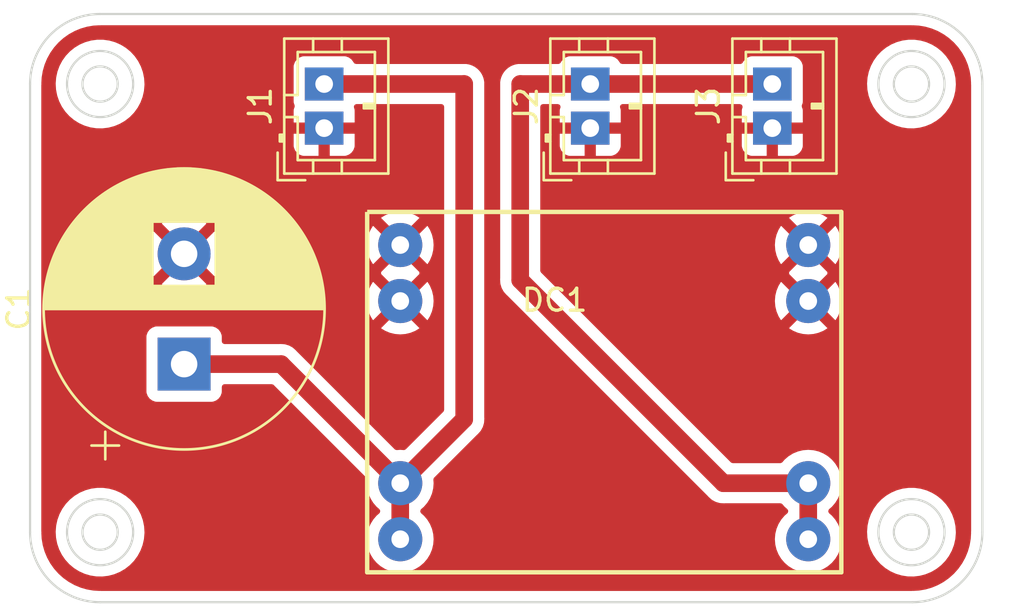
<source format=kicad_pcb>
(kicad_pcb (version 20211014) (generator pcbnew)
  (layers (0 "F.Cu" signal) (31 "B.Cu" signal) (34 "B.Paste" user) (35 "F.Paste" user) (36 "B.SilkS" user "B.Silkscreen") (37 "F.SilkS" user "F.Silkscreen") (38 "B.Mask" user) (39 "F.Mask" user) (44 "Edge.Cuts" user))
  (net 0 "")
  (net 1 "Net-(C1-Pad1)")
  (net 2 "GND")
  (net 3 "Net-(DC1-Pad7)")
  (footprint "Connector_JST:JST_PH_B2B-PH-K_1x02_P2.00mm_Vertical" (layer "F.Cu") (at 105.41 62.96 90)
    (fp_text reference "J1" (at 1 -2.9 90) (layer "F.SilkS"))
    (fp_text value "Conn_01x02")
    (fp_line (start -2.06 -0.5) (end -1.45 -0.5) (layer "F.SilkS") (width 0.12))
    (fp_line (start 0.9 1.8) (end 1.1 1.8) (layer "F.SilkS") (width 0.12))
    (fp_line (start 4.06 0.8) (end 3.45 0.8) (layer "F.SilkS") (width 0.12))
    (fp_line (start -2.36 -2.11) (end -2.36 -0.86) (layer "F.SilkS") (width 0.12))
    (fp_line (start 0.5 -1.81) (end 0.5 -1.2) (layer "F.SilkS") (width 0.12))
    (fp_line (start -1.45 -1.2) (end -1.45 2.3) (layer "F.SilkS") (width 0.12))
    (fp_line (start -0.3 -1.81) (end -0.3 -2.01) (layer "F.SilkS") (width 0.12))
    (fp_line (start -2.06 0.8) (end -1.45 0.8) (layer "F.SilkS") (width 0.12))
    (fp_line (start -2.06 -1.81) (end -2.06 2.91) (layer "F.SilkS") (width 0.12))
    (fp_line (start 4.06 2.91) (end 4.06 -1.81) (layer "F.SilkS") (width 0.12))
    (fp_line (start -2.06 2.91) (end 4.06 2.91) (layer "F.SilkS") (width 0.12))
    (fp_line (start 4.06 -1.81) (end -2.06 -1.81) (layer "F.SilkS") (width 0.12))
    (fp_line (start -0.3 -2.01) (end -0.6 -2.01) (layer "F.SilkS") (width 0.12))
    (fp_line (start 1.1 1.8) (end 1.1 2.3) (layer "F.SilkS") (width 0.12))
    (fp_line (start -1.11 -2.11) (end -2.36 -2.11) (layer "F.SilkS") (width 0.12))
    (fp_line (start 4.06 -0.5) (end 3.45 -0.5) (layer "F.SilkS") (width 0.12))
    (fp_line (start 3.45 -1.2) (end 1.5 -1.2) (layer "F.SilkS") (width 0.12))
    (fp_line (start 3.45 2.3) (end 3.45 -1.2) (layer "F.SilkS") (width 0.12))
    (fp_line (start -1.45 2.3) (end 3.45 2.3) (layer "F.SilkS") (width 0.12))
    (fp_line (start 0.5 -1.2) (end -1.45 -1.2) (layer "F.SilkS") (width 0.12))
    (fp_line (start 1.5 -1.2) (end 1.5 -1.81) (layer "F.SilkS") (width 0.12))
    (fp_line (start -0.6 -2.01) (end -0.6 -1.81) (layer "F.SilkS") (width 0.12))
    (fp_line (start 0.9 2.3) (end 0.9 1.8) (layer "F.SilkS") (width 0.12))
    (fp_line (start -0.3 -1.91) (end -0.6 -1.91) (layer "F.SilkS") (width 0.12))
    (fp_line (start 1 2.3) (end 1 1.8) (layer "F.SilkS") (width 0.12))
    (pad "1" thru_hole rect (at 0 0 90) (size 1.5 1.75) (drill 0.8) (layers *.Cu *.Mask) (net 2 "GND"))
    (pad "2" thru_hole rect (at 2 0 90) (size 1.5 1.75) (drill 0.8) (layers *.Cu *.Mask) (net 1 "Net-(C1-Pad1)"))
  )
  (footprint "_DC_DC:MP1584" (layer "F.Cu") (at 108.86 68.26)
    (fp_text reference "DC1" (at 7 2.5 unlocked) (layer "F.SilkS"))
    (fp_text value "mp1584")
    (fp_line (start 20 -1.5) (end 20 14.84) (layer "F.SilkS") (width 0.2))
    (fp_line (start -1.5 14.84) (end 20 14.84) (layer "F.SilkS") (width 0.2))
    (fp_rect (start -1.5 -1.5) (end 20 -1.5) (layer "F.SilkS") (width 0.2) (fill none))
    (fp_rect (start -1.5 -1.5) (end -1.5 14.84) (layer "F.SilkS") (width 0.2) (fill none))
    (pad "1" thru_hole circle (at 0 0) (size 2 2) (drill 0.8) (layers *.Cu *.Mask) (net 2 "GND"))
    (pad "2" thru_hole circle (at 0 2.54) (size 2 2) (drill 0.8) (layers *.Cu *.Mask) (net 2 "GND"))
    (pad "3" thru_hole circle (at 0 10.8) (size 2 2) (drill 0.8) (layers *.Cu *.Mask) (net 1 "Net-(C1-Pad1)"))
    (pad "4" thru_hole circle (at 0 13.34) (size 2 2) (drill 0.8) (layers *.Cu *.Mask) (net 1 "Net-(C1-Pad1)"))
    (pad "5" thru_hole circle (at 18.5 0) (size 2 2) (drill 0.8) (layers *.Cu *.Mask) (net 2 "GND"))
    (pad "6" thru_hole circle (at 18.5 2.54) (size 2 2) (drill 0.8) (layers *.Cu *.Mask) (net 2 "GND"))
    (pad "7" thru_hole circle (at 18.5 10.8) (size 2 2) (drill 0.8) (layers *.Cu *.Mask) (net 3 "Net-(DC1-Pad7)"))
    (pad "8" thru_hole circle (at 18.5 13.34) (size 2 2) (drill 0.8) (layers *.Cu *.Mask) (net 3 "Net-(DC1-Pad7)"))
  )
  (footprint "Capacitor_THT:CP_Radial_D12.5mm_P5.00mm" (layer "F.Cu") (at 99.06 73.66 90)
    (fp_text reference "C1" (at 2.5 -7.5 90) (layer "F.SilkS"))
    (fp_text value "C_Polarized")
    (fp_line (start 5.781 1.44) (end 5.781 5.421) (layer "F.SilkS") (width 0.12))
    (fp_line (start 7.501 -3.907) (end 7.501 3.907) (layer "F.SilkS") (width 0.12))
    (fp_line (start 5.021 -5.811) (end 5.021 -1.44) (layer "F.SilkS") (width 0.12))
    (fp_line (start 4.941 -5.845) (end 4.941 -1.44) (layer "F.SilkS") (width 0.12))
    (fp_line (start 6.861 -4.605) (end 6.861 4.605) (layer "F.SilkS") (width 0.12))
    (fp_line (start 4.501 1.44) (end 4.501 6.008) (layer "F.SilkS") (width 0.12))
    (fp_line (start 5.061 1.44) (end 5.061 5.793) (layer "F.SilkS") (width 0.12))
    (fp_line (start 5.221 1.44) (end 5.221 5.721) (layer "F.SilkS") (width 0.12))
    (fp_line (start 4.421 1.44) (end 4.421 6.034) (layer "F.SilkS") (width 0.12))
    (fp_line (start 8.701 -1.422) (end 8.701 1.422) (layer "F.SilkS") (width 0.12))
    (fp_line (start 6.261 -5.102) (end 6.261 -1.44) (layer "F.SilkS") (width 0.12))
    (fp_line (start 2.82 -6.322) (end 2.82 6.322) (layer "F.SilkS") (width 0.12))
    (fp_line (start 8.181 -2.844) (end 8.181 2.844) (layer "F.SilkS") (width 0.12))
    (fp_line (start 5.581 -5.536) (end 5.581 -1.44) (layer "F.SilkS") (width 0.12))
    (fp_line (start 3.221 -6.29) (end 3.221 6.29) (layer "F.SilkS") (width 0.12))
    (fp_line (start 2.94 -6.315) (end 2.94 6.315) (layer "F.SilkS") (width 0.12))
    (fp_line (start 5.821 -5.397) (end 5.821 -1.44) (layer "F.SilkS") (width 0.12))
    (fp_line (start 5.621 -5.514) (end 5.621 -1.44) (layer "F.SilkS") (width 0.12))
    (fp_line (start 4.661 -5.953) (end 4.661 -1.44) (layer "F.SilkS") (width 0.12))
    (fp_line (start 4.781 -5.908) (end 4.781 -1.44) (layer "F.SilkS") (width 0.12))
    (fp_line (start 5.821 1.44) (end 5.821 5.397) (layer "F.SilkS") (width 0.12))
    (fp_line (start 6.061 1.44) (end 6.061 5.243) (layer "F.SilkS") (width 0.12))
    (fp_line (start 5.341 -5.662) (end 5.341 -1.44) (layer "F.SilkS") (width 0.12))
    (fp_line (start 6.221 -5.131) (end 6.221 -1.44) (layer "F.SilkS") (width 0.12))
    (fp_line (start 7.221 -4.238) (end 7.221 4.238) (layer "F.SilkS") (width 0.12))
    (fp_line (start 7.941 -3.275) (end 7.941 3.275) (layer "F.SilkS") (width 0.12))
    (fp_line (start 3.14 -6.298) (end 3.14 6.298) (layer "F.SilkS") (width 0.12))
    (fp_line (start 3.341 -6.275) (end 3.341 6.275) (layer "F.SilkS") (width 0.12))
    (fp_line (start 6.301 -5.073) (end 6.301 -1.44) (layer "F.SilkS") (width 0.12))
    (fp_line (start 8.261 -2.681) (end 8.261 2.681) (layer "F.SilkS") (width 0.12))
    (fp_line (start 3.1 -6.302) (end 3.1 6.302) (layer "F.SilkS") (width 0.12))
    (fp_line (start 3.901 1.44) (end 3.901 6.175) (layer "F.SilkS") (width 0.12))
    (fp_line (start 4.541 1.44) (end 4.541 5.995) (layer "F.SilkS") (width 0.12))
    (fp_line (start 3.261 -6.285) (end 3.261 6.285) (layer "F.SilkS") (width 0.12))
    (fp_line (start 8.661 -1.583) (end 8.661 1.583) (layer "F.SilkS") (width 0.12))
    (fp_line (start 5.901 1.44) (end 5.901 5.347) (layer "F.SilkS") (width 0.12))
    (fp_line (start 6.501 -4.918) (end 6.501 4.918) (layer "F.SilkS") (width 0.12))
    (fp_line (start 3.581 1.44) (end 3.581 6.238) (layer "F.SilkS") (width 0.12))
    (fp_line (start 5.621 1.44) (end 5.621 5.514) (layer "F.SilkS") (width 0.12))
    (fp_line (start 3.661 -6.224) (end 3.661 -1.44) (layer "F.SilkS") (width 0.12))
    (fp_line (start 3.901 -6.175) (end 3.901 -1.44) (layer "F.SilkS") (width 0.12))
    (fp_line (start 8.221 -2.764) (end 8.221 2.764) (layer "F.SilkS") (width 0.12))
    (fp_line (start 7.181 -4.282) (end 7.181 4.282) (layer "F.SilkS") (width 0.12))
    (fp_line (start 5.381 -5.642) (end 5.381 -1.44) (layer "F.SilkS") (width 0.12))
    (fp_line (start 6.581 -4.852) (end 6.581 4.852) (layer "F.SilkS") (width 0.12))
    (fp_line (start 6.461 -4.95) (end 6.461 4.95) (layer "F.SilkS") (width 0.12))
    (fp_line (start 6.221 1.44) (end 6.221 5.131) (layer "F.SilkS") (width 0.12))
    (fp_line (start 3.861 1.44) (end 3.861 6.184) (layer "F.SilkS") (width 0.12))
    (fp_line (start 5.141 1.44) (end 5.141 5.758) (layer "F.SilkS") (width 0.12))
    (fp_line (start 4.741 -5.924) (end 4.741 -1.44) (layer "F.SilkS") (width 0.12))
    (fp_line (start 4.101 -6.126) (end 4.101 -1.44) (layer "F.SilkS") (width 0.12))
    (fp_line (start 6.701 -4.75) (end 6.701 4.75) (layer "F.SilkS") (width 0.12))
    (fp_line (start 7.621 -3.75) (end 7.621 3.75) (layer "F.SilkS") (width 0.12))
    (fp_line (start 7.061 -4.408) (end 7.061 4.408) (layer "F.SilkS") (width 0.12))
    (fp_line (start 5.421 1.44) (end 5.421 5.622) (layer "F.SilkS") (width 0.12))
    (fp_line (start 5.741 -5.445) (end 5.741 -1.44) (layer "F.SilkS") (width 0.12))
    (fp_line (start 8.021 -3.14) (end 8.021 3.14) (layer "F.SilkS") (width 0.12))
    (fp_line (start 5.981 1.44) (end 5.981 5.296) (layer "F.SilkS") (width 0.12))
    (fp_line (start 3.981 -6.156) (end 3.981 -1.44) (layer "F.SilkS") (width 0.12))
    (fp_line (start 3.381 -6.269) (end 3.381 6.269) (layer "F.SilkS") (width 0.12))
    (fp_line (start 3.18 -6.294) (end 3.18 6.294) (layer "F.SilkS") (width 0.12))
    (fp_line (start 2.5 -6.33) (end 2.5 6.33) (layer "F.SilkS") (width 0.12))
    (fp_line (start 5.941 -5.322) (end 5.941 -1.44) (layer "F.SilkS") (width 0.12))
    (fp_line (start 7.421 -4.007) (end 7.421 4.007) (layer "F.SilkS") (width 0.12))
    (fp_line (start 4.461 -6.021) (end 4.461 -1.44) (layer "F.SilkS") (width 0.12))
    (fp_line (start 6.181 -5.16) (end 6.181 -1.44) (layer "F.SilkS") (width 0.12))
    (fp_line (start 3.701 -6.216) (end 3.701 -1.44) (layer "F.SilkS") (width 0.12))
    (fp_line (start 5.181 -5.739) (end 5.181 -1.44) (layer "F.SilkS") (width 0.12))
    (fp_line (start 2.74 -6.326) (end 2.74 6.326) (layer "F.SilkS") (width 0.12))
    (fp_line (start 7.381 -4.055) (end 7.381 4.055) (layer "F.SilkS") (width 0.12))
    (fp_line (start 6.141 1.44) (end 6.141 5.188) (layer "F.SilkS") (width 0.12))
    (fp_line (start 4.101 1.44) (end 4.101 6.126) (layer "F.SilkS") (width 0.12))
    (fp_line (start 5.341 1.44) (end 5.341 5.662) (layer "F.SilkS") (width 0.12))
    (fp_line (start 3.821 -6.192) (end 3.821 -1.44) (layer "F.SilkS") (width 0.12))
    (fp_line (start 4.581 -5.981) (end 4.581 -1.44) (layer "F.SilkS") (width 0.12))
    (fp_line (start 6.421 -4.982) (end 6.421 -1.44) (layer "F.SilkS") (width 0.12))
    (fp_line (start 8.581 -1.861) (end 8.581 1.861) (layer "F.SilkS") (width 0.12))
    (fp_line (start 6.381 -5.012) (end 6.381 -1.44) (layer "F.SilkS") (width 0.12))
    (fp_line (start 7.581 -3.804) (end 7.581 3.804) (layer "F.SilkS") (width 0.12))
    (fp_line (start 8.341 -2.504) (end 8.341 2.504) (layer "F.SilkS") (width 0.12))
    (fp_line (start 7.661 -3.696) (end 7.661 3.696) (layer "F.SilkS") (width 0.12))
    (fp_line (start 4.181 -6.105) (end 4.181 -1.44) (layer "F.SilkS") (width 0.12))
    (fp_line (start 7.261 -4.194) (end 7.261 4.194) (layer "F.SilkS") (width 0.12))
    (fp_line (start 3.941 1.44) (end 3.941 6.166) (layer "F.SilkS") (width 0.12))
    (fp_line (start 8.741 -1.241) (end 8.741 1.241) (layer "F.SilkS") (width 0.12))
    (fp_line (start 4.621 1.44) (end 4.621 5.967) (layer "F.SilkS") (width 0.12))
    (fp_line (start 5.381 1.44) (end 5.381 5.642) (layer "F.SilkS") (width 0.12))
    (fp_line (start 6.181 1.44) (end 6.181 5.16) (layer "F.SilkS") (width 0.12))
    (fp_line (start -3.692082 -4.2) (end -3.692082 -2.95) (layer "F.SilkS") (width 0.12))
    (fp_line (start 4.381 -6.047) (end 4.381 -1.44) (layer "F.SilkS") (width 0.12))
    (fp_line (start 2.86 -6.32) (end 2.86 6.32) (layer "F.SilkS") (width 0.12))
    (fp_line (start 2.66 -6.328) (end 2.66 6.328) (layer "F.SilkS") (width 0.12))
    (fp_line (start 4.221 -6.094) (end 4.221 -1.44) (layer "F.SilkS") (width 0.12))
    (fp_line (start -4.317082 -3.575) (end -3.067082 -3.575) (layer "F.SilkS") (width 0.12))
    (fp_line (start 5.581 1.44) (end 5.581 5.536) (layer "F.SilkS") (width 0.12))
    (fp_line (start 5.781 -5.421) (end 5.781 -1.44) (layer "F.SilkS") (width 0.12))
    (fp_line (start 5.701 -5.468) (end 5.701 -1.44) (layer "F.SilkS") (width 0.12))
    (fp_line (start 6.941 -4.528) (end 6.941 4.528) (layer "F.SilkS") (width 0.12))
    (fp_line (start 6.301 1.44) (end 6.301 5.073) (layer "F.SilkS") (width 0.12))
    (fp_line (start 5.861 1.44) (end 5.861 5.372) (layer "F.SilkS") (width 0.12))
    (fp_line (start 4.301 1.44) (end 4.301 6.071) (layer "F.SilkS") (width 0.12))
    (fp_line (start 5.661 -5.491) (end 5.661 -1.44) (layer "F.SilkS") (width 0.12))
    (fp_line (start 8.821 -0.757) (end 8.821 0.757) (layer "F.SilkS") (width 0.12))
    (fp_line (start 3.501 -6.252) (end 3.501 6.252) (layer "F.SilkS") (width 0.12))
    (fp_line (start 4.021 -6.146) (end 4.021 -1.44) (layer "F.SilkS") (width 0.12))
    (fp_line (start 4.181 1.44) (end 4.181 6.105) (layer "F.SilkS") (width 0.12))
    (fp_line (start 8.781 -1.028) (end 8.781 1.028) (layer "F.SilkS") (width 0.12))
    (fp_line (start 4.301 -6.071) (end 4.301 -1.44) (layer "F.SilkS") (width 0.12))
    (fp_line (start 5.421 -5.622) (end 5.421 -1.44) (layer "F.SilkS") (width 0.12))
    (fp_line (start 6.821 -4.642) (end 6.821 4.642) (layer "F.SilkS") (width 0.12))
    (fp_line (start 8.541 -1.984) (end 8.541 1.984) (layer "F.SilkS") (width 0.12))
    (fp_line (start 4.141 1.44) (end 4.141 6.116) (layer "F.SilkS") (width 0.12))
    (fp_line (start 2.9 -6.318) (end 2.9 6.318) (layer "F.SilkS") (width 0.12))
    (fp_line (start 7.301 -4.148) (end 7.301 4.148) (layer "F.SilkS") (width 0.12))
    (fp_line (start 4.141 -6.116) (end 4.141 -1.44) (layer "F.SilkS") (width 0.12))
    (fp_line (start 6.141 -5.188) (end 6.141 -1.44) (layer "F.SilkS") (width 0.12))
    (fp_line (start 2.58 -6.33) (end 2.58 6.33) (layer "F.SilkS") (width 0.12))
    (fp_line (start 7.781 -3.524) (end 7.781 3.524) (layer "F.SilkS") (width 0.12))
    (fp_line (start 6.981 -4.489) (end 6.981 4.489) (layer "F.SilkS") (width 0.12))
    (fp_line (start 3.541 -6.245) (end 3.541 6.245) (layer "F.SilkS") (width 0.12))
    (fp_line (start 4.941 1.44) (end 4.941 5.845) (layer "F.SilkS") (width 0.12))
    (fp_line (start 3.301 -6.28) (end 3.301 6.28) (layer "F.SilkS") (width 0.12))
    (fp_line (start 4.541 -5.995) (end 4.541 -1.44) (layer "F.SilkS") (width 0.12))
    (fp_line (start 5.941 1.44) (end 5.941 5.322) (layer "F.SilkS") (width 0.12))
    (fp_line (start 5.501 1.44) (end 5.501 5.58) (layer "F.SilkS") (width 0.12))
    (fp_line (start 3.781 -6.201) (end 3.781 -1.44) (layer "F.SilkS") (width 0.12))
    (fp_line (start 8.501 -2.1) (end 8.501 2.1) (layer "F.SilkS") (width 0.12))
    (fp_line (start 8.381 -2.41) (end 8.381 2.41) (layer "F.SilkS") (width 0.12))
    (fp_line (start 6.381 1.44) (end 6.381 5.012) (layer "F.SilkS") (width 0.12))
    (fp_line (start 5.541 1.44) (end 5.541 5.558) (layer "F.SilkS") (width 0.12))
    (fp_line (start 8.421 -2.312) (end 8.421 2.312) (layer "F.SilkS") (width 0.12))
    (fp_line (start 4.221 1.44) (end 4.221 6.094) (layer "F.SilkS") (width 0.12))
    (fp_line (start 6.261 1.44) (end 6.261 5.102) (layer "F.SilkS") (width 0.12))
    (fp_line (start 5.101 1.44) (end 5.101 5.776) (layer "F.SilkS") (width 0.12))
    (fp_line (start 6.101 -5.216) (end 6.101 -1.44) (layer "F.SilkS") (width 0.12))
    (fp_line (start 3.821 1.44) (end 3.821 6.192) (layer "F.SilkS") (width 0.12))
    (fp_line (start 8.621 -1.728) (end 8.621 1.728) (layer "F.SilkS") (width 0.12))
    (fp_line (start 3.661 1.44) (end 3.661 6.224) (layer "F.SilkS") (width 0.12))
    (fp_line (start 3.861 -6.184) (end 3.861 -1.44) (layer "F.SilkS") (width 0.12))
    (fp_line (start 5.101 -5.776) (end 5.101 -1.44) (layer "F.SilkS") (width 0.12))
    (fp_line (start 4.261 -6.083) (end 4.261 -1.44) (layer "F.SilkS") (width 0.12))
    (fp_line (start 8.061 -3.069) (end 8.061 3.069) (layer "F.SilkS") (width 0.12))
    (fp_line (start 5.541 -5.558) (end 5.541 -1.44) (layer "F.SilkS") (width 0.12))
    (fp_line (start 3.981 1.44) (end 3.981 6.156) (layer "F.SilkS") (width 0.12))
    (fp_line (start 3.741 -6.209) (end 3.741 -1.44) (layer "F.SilkS") (width 0.12))
    (fp_line (start 3.621 1.44) (end 3.621 6.231) (layer "F.SilkS") (width 0.12))
    (fp_line (start 6.661 -4.785) (end 6.661 4.785) (layer "F.SilkS") (width 0.12))
    (fp_line (start 5.661 1.44) (end 5.661 5.491) (layer "F.SilkS") (width 0.12))
    (fp_line (start 4.581 1.44) (end 4.581 5.981) (layer "F.SilkS") (width 0.12))
    (fp_line (start 4.061 1.44) (end 4.061 6.137) (layer "F.SilkS") (width 0.12))
    (fp_line (start 8.101 -2.996) (end 8.101 2.996) (layer "F.SilkS") (width 0.12))
    (fp_line (start 7.341 -4.102) (end 7.341 4.102) (layer "F.SilkS") (width 0.12))
    (fp_line (start 3.461 -6.258) (end 3.461 6.258) (layer "F.SilkS") (width 0.12))
    (fp_line (start 3.741 1.44) (end 3.741 6.209) (layer "F.SilkS") (width 0.12))
    (fp_line (start 7.741 -3.583) (end 7.741 3.583) (layer "F.SilkS") (width 0.12))
    (fp_line (start 5.741 1.44) (end 5.741 5.445) (layer "F.SilkS") (width 0.12))
    (fp_line (start 5.221 -5.721) (end 5.221 -1.44) (layer "F.SilkS") (width 0.12))
    (fp_line (start 6.101 1.44) (end 6.101 5.216) (layer "F.SilkS") (width 0.12))
    (fp_line (start 5.461 1.44) (end 5.461 5.601) (layer "F.SilkS") (width 0.12))
    (fp_line (start 7.021 -4.449) (end 7.021 4.449) (layer "F.SilkS") (width 0.12))
    (fp_line (start 7.541 -3.856) (end 7.541 3.856) (layer "F.SilkS") (width 0.12))
    (fp_line (start 5.861 -5.372) (end 5.861 -1.44) (layer "F.SilkS") (width 0.12))
    (fp_line (start 4.421 -6.034) (end 4.421 -1.44) (layer "F.SilkS") (width 0.12))
    (fp_line (start 6.341 -5.043) (end 6.341 -1.44) (layer "F.SilkS") (width 0.12))
    (fp_line (start 4.901 -5.861) (end 4.901 -1.44) (layer "F.SilkS") (width 0.12))
    (fp_line (start 4.861 -5.877) (end 4.861 -1.44) (layer "F.SilkS") (width 0.12))
    (fp_line (start 6.901 -4.567) (end 6.901 4.567) (layer "F.SilkS") (width 0.12))
    (fp_line (start 4.381 1.44) (end 4.381 6.047) (layer "F.SilkS") (width 0.12))
    (fp_line (start 4.701 -5.939) (end 4.701 -1.44) (layer "F.SilkS") (width 0.12))
    (fp_line (start 4.341 -6.059) (end 4.341 -1.44) (layer "F.SilkS") (width 0.12))
    (fp_line (start 6.781 -4.678) (end 6.781 4.678) (layer "F.SilkS") (width 0.12))
    (fp_line (start 8.861 -0.317) (end 8.861 0.317) (layer "F.SilkS") (width 0.12))
    (fp_line (start 2.98 -6.312) (end 2.98 6.312) (layer "F.SilkS") (width 0.12))
    (fp_line (start 5.061 -5.793) (end 5.061 -1.44) (layer "F.SilkS") (width 0.12))
    (fp_line (start 4.461 1.44) (end 4.461 6.021) (layer "F.SilkS") (width 0.12))
    (fp_line (start 8.301 -2.594) (end 8.301 2.594) (layer "F.SilkS") (width 0.12))
    (fp_line (start 4.741 1.44) (end 4.741 5.924) (layer "F.SilkS") (width 0.12))
    (fp_line (start 2.7 -6.327) (end 2.7 6.327) (layer "F.SilkS") (width 0.12))
    (fp_line (start 4.981 1.44) (end 4.981 5.828) (layer "F.SilkS") (width 0.12))
    (fp_line (start 6.061 -5.243) (end 6.061 -1.44) (layer "F.SilkS") (width 0.12))
    (fp_line (start 3.421 -6.264) (end 3.421 6.264) (layer "F.SilkS") (width 0.12))
    (fp_line (start 7.141 -4.325) (end 7.141 4.325) (layer "F.SilkS") (width 0.12))
    (fp_line (start 4.821 -5.893) (end 4.821 -1.44) (layer "F.SilkS") (width 0.12))
    (fp_line (start 7.461 -3.957) (end 7.461 3.957) (layer "F.SilkS") (width 0.12))
    (fp_line (start 4.861 1.44) (end 4.861 5.877) (layer "F.SilkS") (width 0.12))
    (fp_line (start 3.02 -6.309) (end 3.02 6.309) (layer "F.SilkS") (width 0.12))
    (fp_line (start 6.421 1.44) (end 6.421 4.982) (layer "F.SilkS") (width 0.12))
    (fp_line (start 2.78 -6.324) (end 2.78 6.324) (layer "F.SilkS") (width 0.12))
    (fp_line (start 6.541 -4.885) (end 6.541 4.885) (layer "F.SilkS") (width 0.12))
    (fp_line (start 7.821 -3.464) (end 7.821 3.464) (layer "F.SilkS") (width 0.12))
    (fp_line (start 5.181 1.44) (end 5.181 5.739) (layer "F.SilkS") (width 0.12))
    (fp_line (start 4.341 1.44) (end 4.341 6.059) (layer "F.SilkS") (width 0.12))
    (fp_line (start 4.061 -6.137) (end 4.061 -1.44) (layer "F.SilkS") (width 0.12))
    (fp_line (start 6.741 -4.714) (end 6.741 4.714) (layer "F.SilkS") (width 0.12))
    (fp_line (start 7.901 -3.339) (end 7.901 3.339) (layer "F.SilkS") (width 0.12))
    (fp_line (start 5.261 -5.702) (end 5.261 -1.44) (layer "F.SilkS") (width 0.12))
    (fp_line (start 4.261 1.44) (end 4.261 6.083) (layer "F.SilkS") (width 0.12))
    (fp_line (start 3.701 1.44) (end 3.701 6.216) (layer "F.SilkS") (width 0.12))
    (fp_line (start 2.54 -6.33) (end 2.54 6.33) (layer "F.SilkS") (width 0.12))
    (fp_line (start 3.941 -6.166) (end 3.941 -1.44) (layer "F.SilkS") (width 0.12))
    (fp_line (start 4.501 -6.008) (end 4.501 -1.44) (layer "F.SilkS") (width 0.12))
    (fp_line (start 4.021 1.44) (end 4.021 6.146) (layer "F.SilkS") (width 0.12))
    (fp_line (start 2.62 -6.329) (end 2.62 6.329) (layer "F.SilkS") (width 0.12))
    (fp_line (start 8.141 -2.921) (end 8.141 2.921) (layer "F.SilkS") (width 0.12))
    (fp_line (start 6.341 1.44) (end 6.341 5.043) (layer "F.SilkS") (width 0.12))
    (fp_line (start 5.301 -5.682) (end 5.301 -1.44) (layer "F.SilkS") (width 0.12))
    (fp_line (start 4.821 1.44) (end 4.821 5.893) (layer "F.SilkS") (width 0.12))
    (fp_line (start 8.461 -2.209) (end 8.461 2.209) (layer "F.SilkS") (width 0.12))
    (fp_line (start 3.781 1.44) (end 3.781 6.201) (layer "F.SilkS") (width 0.12))
    (fp_line (start 5.901 -5.347) (end 5.901 -1.44) (layer "F.SilkS") (width 0.12))
    (fp_line (start 5.141 -5.758) (end 5.141 -1.44) (layer "F.SilkS") (width 0.12))
    (fp_line (start 7.861 -3.402) (end 7.861 3.402) (layer "F.SilkS") (width 0.12))
    (fp_line (start 5.461 -5.601) (end 5.461 -1.44) (layer "F.SilkS") (width 0.12))
    (fp_line (start 4.701 1.44) (end 4.701 5.939) (layer "F.SilkS") (width 0.12))
    (fp_line (start 7.981 -3.208) (end 7.981 3.208) (layer "F.SilkS") (width 0.12))
    (fp_line (start 5.261 1.44) (end 5.261 5.702) (layer "F.SilkS") (width 0.12))
    (fp_line (start 5.021 1.44) (end 5.021 5.811) (layer "F.SilkS") (width 0.12))
    (fp_line (start 4.661 1.44) (end 4.661 5.953) (layer "F.SilkS") (width 0.12))
    (fp_line (start 5.501 -5.58) (end 5.501 -1.44) (layer "F.SilkS") (width 0.12))
    (fp_line (start 5.301 1.44) (end 5.301 5.682) (layer "F.SilkS") (width 0.12))
    (fp_line (start 6.021 1.44) (end 6.021 5.27) (layer "F.SilkS") (width 0.12))
    (fp_line (start 6.621 -4.819) (end 6.621 4.819) (layer "F.SilkS") (width 0.12))
    (fp_line (start 5.701 1.44) (end 5.701 5.468) (layer "F.SilkS") (width 0.12))
    (fp_line (start 7.101 -4.367) (end 7.101 4.367) (layer "F.SilkS") (width 0.12))
    (fp_line (start 3.06 -6.306) (end 3.06 6.306) (layer "F.SilkS") (width 0.12))
    (fp_line (start 7.701 -3.64) (end 7.701 3.64) (layer "F.SilkS") (width 0.12))
    (fp_line (start 3.581 -6.238) (end 3.581 -1.44) (layer "F.SilkS") (width 0.12))
    (fp_line (start 3.621 -6.231) (end 3.621 -1.44) (layer "F.SilkS") (width 0.12))
    (fp_line (start 4.901 1.44) (end 4.901 5.861) (layer "F.SilkS") (width 0.12))
    (fp_line (start 6.021 -5.27) (end 6.021 -1.44) (layer "F.SilkS") (width 0.12))
    (fp_line (start 4.621 -5.967) (end 4.621 -1.44) (layer "F.SilkS") (width 0.12))
    (fp_line (start 4.781 1.44) (end 4.781 5.908) (layer "F.SilkS") (width 0.12))
    (fp_line (start 5.981 -5.296) (end 5.981 -1.44) (layer "F.SilkS") (width 0.12))
    (fp_line (start 4.981 -5.828) (end 4.981 -1.44) (layer "F.SilkS") (width 0.12))
    (fp_circle (center 2.5 0) (end 8.87 0) (layer "F.SilkS") (width 0.12) (fill none))
    (pad "1" thru_hole rect (at 0 0 90) (size 2.4 2.4) (drill 1.2) (layers *.Cu *.Mask) (net 1 "Net-(C1-Pad1)"))
    (pad "2" thru_hole circle (at 5 0 90) (size 2.4 2.4) (drill 1.2) (layers *.Cu *.Mask) (net 2 "GND"))
  )
  (footprint "Connector_JST:JST_PH_B2B-PH-K_1x02_P2.00mm_Vertical" (layer "F.Cu") (at 117.475 62.96 90)
    (fp_text reference "J2" (at 1 -2.9 90) (layer "F.SilkS"))
    (fp_text value "Conn_01x02")
    (fp_line (start -1.11 -2.11) (end -2.36 -2.11) (layer "F.SilkS") (width 0.12))
    (fp_line (start -0.3 -2.01) (end -0.6 -2.01) (layer "F.SilkS") (width 0.12))
    (fp_line (start 4.06 -0.5) (end 3.45 -0.5) (layer "F.SilkS") (width 0.12))
    (fp_line (start -2.06 2.91) (end 4.06 2.91) (layer "F.SilkS") (width 0.12))
    (fp_line (start 3.45 -1.2) (end 1.5 -1.2) (layer "F.SilkS") (width 0.12))
    (fp_line (start -1.45 2.3) (end 3.45 2.3) (layer "F.SilkS") (width 0.12))
    (fp_line (start 0.5 -1.2) (end -1.45 -1.2) (layer "F.SilkS") (width 0.12))
    (fp_line (start 4.06 -1.81) (end -2.06 -1.81) (layer "F.SilkS") (width 0.12))
    (fp_line (start -0.3 -1.91) (end -0.6 -1.91) (layer "F.SilkS") (width 0.12))
    (fp_line (start -2.06 -1.81) (end -2.06 2.91) (layer "F.SilkS") (width 0.12))
    (fp_line (start 0.5 -1.81) (end 0.5 -1.2) (layer "F.SilkS") (width 0.12))
    (fp_line (start -0.6 -2.01) (end -0.6 -1.81) (layer "F.SilkS") (width 0.12))
    (fp_line (start 4.06 2.91) (end 4.06 -1.81) (layer "F.SilkS") (width 0.12))
    (fp_line (start 4.06 0.8) (end 3.45 0.8) (layer "F.SilkS") (width 0.12))
    (fp_line (start -2.36 -2.11) (end -2.36 -0.86) (layer "F.SilkS") (width 0.12))
    (fp_line (start -2.06 -0.5) (end -1.45 -0.5) (layer "F.SilkS") (width 0.12))
    (fp_line (start -1.45 -1.2) (end -1.45 2.3) (layer "F.SilkS") (width 0.12))
    (fp_line (start -0.3 -1.81) (end -0.3 -2.01) (layer "F.SilkS") (width 0.12))
    (fp_line (start 1.5 -1.2) (end 1.5 -1.81) (layer "F.SilkS") (width 0.12))
    (fp_line (start 1.1 1.8) (end 1.1 2.3) (layer "F.SilkS") (width 0.12))
    (fp_line (start 3.45 2.3) (end 3.45 -1.2) (layer "F.SilkS") (width 0.12))
    (fp_line (start 0.9 1.8) (end 1.1 1.8) (layer "F.SilkS") (width 0.12))
    (fp_line (start -2.06 0.8) (end -1.45 0.8) (layer "F.SilkS") (width 0.12))
    (fp_line (start 1 2.3) (end 1 1.8) (layer "F.SilkS") (width 0.12))
    (fp_line (start 0.9 2.3) (end 0.9 1.8) (layer "F.SilkS") (width 0.12))
    (pad "1" thru_hole rect (at 0 0 90) (size 1.5 1.75) (drill 0.8) (layers *.Cu *.Mask) (net 2 "GND"))
    (pad "2" thru_hole rect (at 2 0 90) (size 1.5 1.75) (drill 0.8) (layers *.Cu *.Mask) (net 3 "Net-(DC1-Pad7)"))
  )
  (footprint "Connector_JST:JST_PH_B2B-PH-K_1x02_P2.00mm_Vertical" (layer "F.Cu") (at 125.73 62.96 90)
    (fp_text reference "J3" (at 1 -2.9 90) (layer "F.SilkS"))
    (fp_text value "Conn_01x02")
    (fp_line (start 0.9 2.3) (end 0.9 1.8) (layer "F.SilkS") (width 0.12))
    (fp_line (start -0.3 -1.81) (end -0.3 -2.01) (layer "F.SilkS") (width 0.12))
    (fp_line (start -1.45 -1.2) (end -1.45 2.3) (layer "F.SilkS") (width 0.12))
    (fp_line (start 0.5 -1.81) (end 0.5 -1.2) (layer "F.SilkS") (width 0.12))
    (fp_line (start -1.45 2.3) (end 3.45 2.3) (layer "F.SilkS") (width 0.12))
    (fp_line (start -0.3 -2.01) (end -0.6 -2.01) (layer "F.SilkS") (width 0.12))
    (fp_line (start 1.1 1.8) (end 1.1 2.3) (layer "F.SilkS") (width 0.12))
    (fp_line (start -2.06 -1.81) (end -2.06 2.91) (layer "F.SilkS") (width 0.12))
    (fp_line (start -2.06 -0.5) (end -1.45 -0.5) (layer "F.SilkS") (width 0.12))
    (fp_line (start -2.06 2.91) (end 4.06 2.91) (layer "F.SilkS") (width 0.12))
    (fp_line (start 3.45 -1.2) (end 1.5 -1.2) (layer "F.SilkS") (width 0.12))
    (fp_line (start 0.5 -1.2) (end -1.45 -1.2) (layer "F.SilkS") (width 0.12))
    (fp_line (start 4.06 -0.5) (end 3.45 -0.5) (layer "F.SilkS") (width 0.12))
    (fp_line (start 1.5 -1.2) (end 1.5 -1.81) (layer "F.SilkS") (width 0.12))
    (fp_line (start 3.45 2.3) (end 3.45 -1.2) (layer "F.SilkS") (width 0.12))
    (fp_line (start 1 2.3) (end 1 1.8) (layer "F.SilkS") (width 0.12))
    (fp_line (start -0.6 -2.01) (end -0.6 -1.81) (layer "F.SilkS") (width 0.12))
    (fp_line (start 4.06 2.91) (end 4.06 -1.81) (layer "F.SilkS") (width 0.12))
    (fp_line (start -0.3 -1.91) (end -0.6 -1.91) (layer "F.SilkS") (width 0.12))
    (fp_line (start -1.11 -2.11) (end -2.36 -2.11) (layer "F.SilkS") (width 0.12))
    (fp_line (start -2.36 -2.11) (end -2.36 -0.86) (layer "F.SilkS") (width 0.12))
    (fp_line (start 0.9 1.8) (end 1.1 1.8) (layer "F.SilkS") (width 0.12))
    (fp_line (start 4.06 -1.81) (end -2.06 -1.81) (layer "F.SilkS") (width 0.12))
    (fp_line (start -2.06 0.8) (end -1.45 0.8) (layer "F.SilkS") (width 0.12))
    (fp_line (start 4.06 0.8) (end 3.45 0.8) (layer "F.SilkS") (width 0.12))
    (pad "1" thru_hole rect (at 0 0 90) (size 1.5 1.75) (drill 0.8) (layers *.Cu *.Mask) (net 2 "GND"))
    (pad "2" thru_hole rect (at 2 0 90) (size 1.5 1.75) (drill 0.8) (layers *.Cu *.Mask) (net 3 "Net-(DC1-Pad7)"))
  )
  (gr_circle (center 132.04 60.96) (end 133.54 60.96) (layer "Edge.Cuts") (width 0.1) (fill none))
  (gr_arc (start 132.08 57.785) (mid 134.325064 58.714936) (end 135.255 60.96) (layer "Edge.Cuts") (width 0.1))
  (gr_arc (start 92.075 60.96) (mid 93.004936 58.714936) (end 95.25 57.785) (layer "Edge.Cuts") (width 0.1))
  (gr_circle (center 132.04 81.28) (end 133.54 81.28) (layer "Edge.Cuts") (width 0.1) (fill none))
  (gr_arc (start 95.25 84.455) (mid 93.004936 83.525064) (end 92.075 81.28) (layer "Edge.Cuts") (width 0.1))
  (gr_circle (center 132.04 81.28) (end 132.84 81.28) (layer "Edge.Cuts") (width 0.1) (fill none))
  (gr_circle (center 95.25 81.28) (end 96.05 81.28) (layer "Edge.Cuts") (width 0.1) (fill none))
  (gr_line (start 132.08 84.455) (end 95.25 84.455) (layer "Edge.Cuts") (width 0.1))
  (gr_circle (center 95.25 60.96) (end 96.05 60.96) (layer "Edge.Cuts") (width 0.1) (fill none))
  (gr_circle (center 95.25 60.96) (end 96.75 60.96) (layer "Edge.Cuts") (width 0.1) (fill none))
  (gr_arc (start 135.255 81.28) (mid 134.325064 83.525064) (end 132.08 84.455) (layer "Edge.Cuts") (width 0.1))
  (gr_line (start 135.255 60.96) (end 135.255 81.28) (layer "Edge.Cuts") (width 0.1))
  (gr_line (start 95.25 57.785) (end 132.08 57.785) (layer "Edge.Cuts") (width 0.1))
  (gr_circle (center 95.25 81.28) (end 96.75 81.28) (layer "Edge.Cuts") (width 0.1) (fill none))
  (gr_circle (center 132.04 60.96) (end 132.84 60.96) (layer "Edge.Cuts") (width 0.1) (fill none))
  (gr_line (start 92.075 60.96) (end 92.075 81.28) (layer "Edge.Cuts") (width 0.1))
  (segment (start 103.46 73.66) (end 108.86 79.06) (width 0.8) (layer "F.Cu") (net 1))
  (segment (start 111.76 76.16) (end 108.86 79.06) (width 0.8) (layer "F.Cu") (net 1))
  (segment (start 99.06 73.66) (end 103.46 73.66) (width 0.8) (layer "F.Cu") (net 1))
  (segment (start 105.41 60.96) (end 111.76 60.96) (width 0.8) (layer "F.Cu") (net 1))
  (segment (start 108.86 79.06) (end 108.86 81.6) (width 0.8) (layer "F.Cu") (net 1))
  (segment (start 111.76 60.96) (end 111.76 76.16) (width 0.8) (layer "F.Cu") (net 1))
  (segment (start 117.475 60.96) (end 114.3 60.96) (width 0.8) (layer "F.Cu") (net 3))
  (segment (start 123.51 79.06) (end 127.36 79.06) (width 0.8) (layer "F.Cu") (net 3))
  (segment (start 117.475 60.96) (end 125.73 60.96) (width 0.8) (layer "F.Cu") (net 3))
  (segment (start 114.3 69.85) (end 123.51 79.06) (width 0.8) (layer "F.Cu") (net 3))
  (segment (start 127.36 81.6) (end 127.36 79.06) (width 0.8) (layer "F.Cu") (net 3))
  (segment (start 114.3 60.96) (end 114.3 69.85) (width 0.8) (layer "F.Cu") (net 3))
  (zone (net 2) (net_name "GND") (layer "F.Cu") (connect_pads (clearance 0.508)) (min_thickness 0.254) (fill yes (thermal_gap 0.508) (thermal_bridge_width 0.508))
    (polygon (pts (xy 137.16 85.09) (xy 91.44 85.09) (xy 91.44 57.15) (xy 137.16 57.15)))
  )
)
</source>
